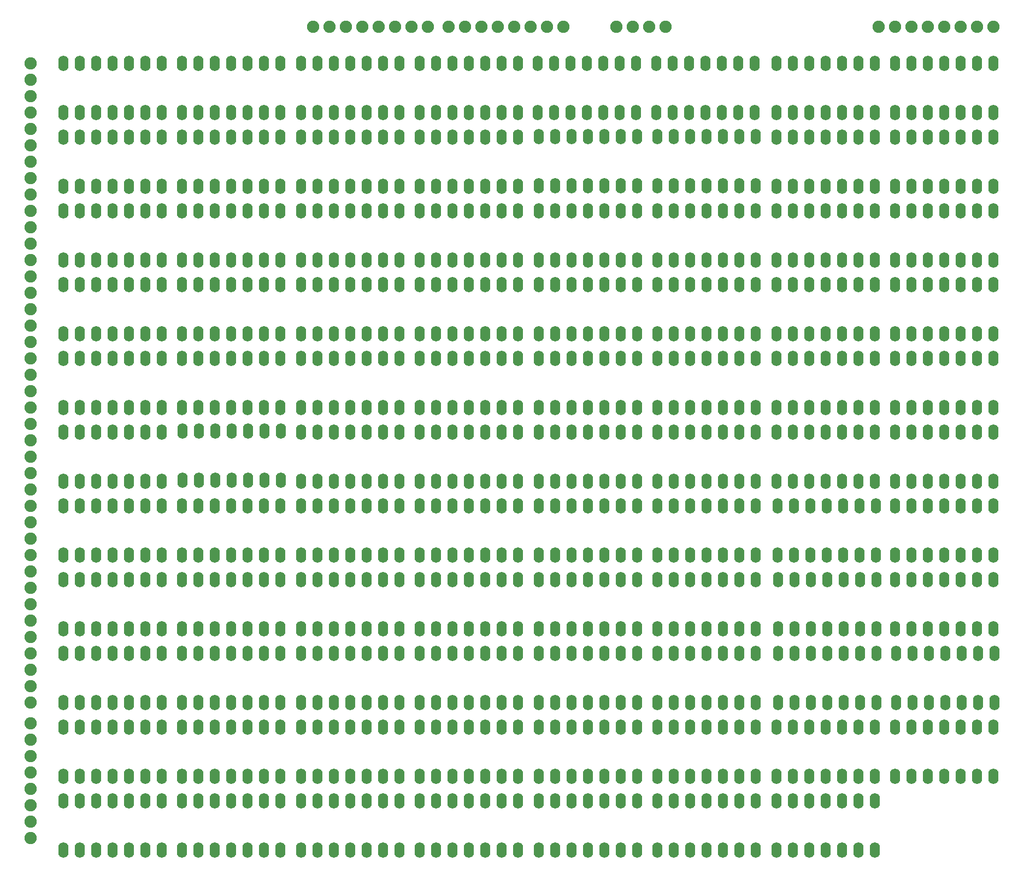
<source format=gbr>
G04 #@! TF.GenerationSoftware,KiCad,Pcbnew,(5.0.0)*
G04 #@! TF.CreationDate,2018-09-23T08:44:06-04:00*
G04 #@! TF.ProjectId,Multiplexer,4D756C7469706C657865722E6B696361,rev?*
G04 #@! TF.SameCoordinates,Original*
G04 #@! TF.FileFunction,Soldermask,Bot*
G04 #@! TF.FilePolarity,Negative*
%FSLAX46Y46*%
G04 Gerber Fmt 4.6, Leading zero omitted, Abs format (unit mm)*
G04 Created by KiCad (PCBNEW (5.0.0)) date 09/23/18 08:44:06*
%MOMM*%
%LPD*%
G01*
G04 APERTURE LIST*
%ADD10C,1.900000*%
%ADD11O,1.600000X2.400000*%
G04 APERTURE END LIST*
D10*
G04 #@! TO.C,J1*
X38735000Y-38735000D03*
X38735000Y-41275000D03*
X38735000Y-43815000D03*
X38735000Y-46355000D03*
X38735000Y-48895000D03*
X38735000Y-51435000D03*
X38735000Y-53975000D03*
X38735000Y-56515000D03*
X38735000Y-59055000D03*
X38735000Y-61595000D03*
X38735000Y-64135000D03*
X38735000Y-66675000D03*
X38735000Y-69215000D03*
X38735000Y-71755000D03*
X38735000Y-74295000D03*
X38735000Y-76835000D03*
X38735000Y-79375000D03*
X38735000Y-81915000D03*
X38735000Y-84455000D03*
X38735000Y-86995000D03*
X38735000Y-89535000D03*
X38735000Y-92075000D03*
X38735000Y-94615000D03*
X38735000Y-97155000D03*
X38735000Y-99695000D03*
X38735000Y-102235000D03*
X38735000Y-104775000D03*
X38735000Y-107315000D03*
X38735000Y-109855000D03*
X38735000Y-112395000D03*
X38735000Y-114935000D03*
X38735000Y-117475000D03*
X38735000Y-120015000D03*
X38735000Y-122555000D03*
X38735000Y-125095000D03*
X38735000Y-127635000D03*
X38735000Y-130175000D03*
X38735000Y-132715000D03*
X38735000Y-135255000D03*
X38735000Y-137795000D03*
G04 #@! TD*
G04 #@! TO.C,J2*
X38735000Y-140970000D03*
X38735000Y-143510000D03*
X38735000Y-146050000D03*
X38735000Y-148590000D03*
X38735000Y-151130000D03*
X38735000Y-153670000D03*
X38735000Y-156210000D03*
X38735000Y-158750000D03*
G04 #@! TD*
G04 #@! TO.C,J3*
X103505000Y-33020000D03*
X106045000Y-33020000D03*
X108585000Y-33020000D03*
X111125000Y-33020000D03*
X113665000Y-33020000D03*
X116205000Y-33020000D03*
X118745000Y-33020000D03*
X121285000Y-33020000D03*
G04 #@! TD*
G04 #@! TO.C,J4*
X100330000Y-33020000D03*
X97790000Y-33020000D03*
X95250000Y-33020000D03*
X92710000Y-33020000D03*
X90170000Y-33020000D03*
X87630000Y-33020000D03*
X85090000Y-33020000D03*
X82550000Y-33020000D03*
G04 #@! TD*
G04 #@! TO.C,J5*
X170180000Y-33020000D03*
X172720000Y-33020000D03*
X175260000Y-33020000D03*
X177800000Y-33020000D03*
X180340000Y-33020000D03*
X182880000Y-33020000D03*
X185420000Y-33020000D03*
X187960000Y-33020000D03*
G04 #@! TD*
G04 #@! TO.C,J6*
X137160000Y-33020000D03*
X134620000Y-33020000D03*
X132080000Y-33020000D03*
X129540000Y-33020000D03*
G04 #@! TD*
D11*
G04 #@! TO.C,U1*
X172720000Y-50165000D03*
X172720000Y-57785000D03*
X175260000Y-50165000D03*
X175260000Y-57785000D03*
X177800000Y-50165000D03*
X177800000Y-57785000D03*
X180340000Y-50165000D03*
X180340000Y-57785000D03*
X182880000Y-50165000D03*
X182880000Y-57785000D03*
X185420000Y-50165000D03*
X185420000Y-57785000D03*
X187960000Y-50165000D03*
X187960000Y-57785000D03*
G04 #@! TD*
G04 #@! TO.C,U2*
X151130000Y-160655000D03*
X151130000Y-153035000D03*
X148590000Y-160655000D03*
X148590000Y-153035000D03*
X146050000Y-160655000D03*
X146050000Y-153035000D03*
X143510000Y-160655000D03*
X143510000Y-153035000D03*
X140970000Y-160655000D03*
X140970000Y-153035000D03*
X138430000Y-160655000D03*
X138430000Y-153035000D03*
X135890000Y-160655000D03*
X135890000Y-153035000D03*
G04 #@! TD*
G04 #@! TO.C,U3*
X117475000Y-107315000D03*
X117475000Y-114935000D03*
X120015000Y-107315000D03*
X120015000Y-114935000D03*
X122555000Y-107315000D03*
X122555000Y-114935000D03*
X125095000Y-107315000D03*
X125095000Y-114935000D03*
X127635000Y-107315000D03*
X127635000Y-114935000D03*
X130175000Y-107315000D03*
X130175000Y-114935000D03*
X132715000Y-107315000D03*
X132715000Y-114935000D03*
G04 #@! TD*
G04 #@! TO.C,U4*
X169545000Y-149225000D03*
X169545000Y-141605000D03*
X167005000Y-149225000D03*
X167005000Y-141605000D03*
X164465000Y-149225000D03*
X164465000Y-141605000D03*
X161925000Y-149225000D03*
X161925000Y-141605000D03*
X159385000Y-149225000D03*
X159385000Y-141605000D03*
X156845000Y-149225000D03*
X156845000Y-141605000D03*
X154305000Y-149225000D03*
X154305000Y-141605000D03*
G04 #@! TD*
G04 #@! TO.C,U5*
X99060000Y-153035000D03*
X99060000Y-160655000D03*
X101600000Y-153035000D03*
X101600000Y-160655000D03*
X104140000Y-153035000D03*
X104140000Y-160655000D03*
X106680000Y-153035000D03*
X106680000Y-160655000D03*
X109220000Y-153035000D03*
X109220000Y-160655000D03*
X111760000Y-153035000D03*
X111760000Y-160655000D03*
X114300000Y-153035000D03*
X114300000Y-160655000D03*
G04 #@! TD*
G04 #@! TO.C,U6*
X169545000Y-103505000D03*
X169545000Y-95885000D03*
X167005000Y-103505000D03*
X167005000Y-95885000D03*
X164465000Y-103505000D03*
X164465000Y-95885000D03*
X161925000Y-103505000D03*
X161925000Y-95885000D03*
X159385000Y-103505000D03*
X159385000Y-95885000D03*
X156845000Y-103505000D03*
X156845000Y-95885000D03*
X154305000Y-103505000D03*
X154305000Y-95885000D03*
G04 #@! TD*
G04 #@! TO.C,U7*
X172720000Y-73025000D03*
X172720000Y-80645000D03*
X175260000Y-73025000D03*
X175260000Y-80645000D03*
X177800000Y-73025000D03*
X177800000Y-80645000D03*
X180340000Y-73025000D03*
X180340000Y-80645000D03*
X182880000Y-73025000D03*
X182880000Y-80645000D03*
X185420000Y-73025000D03*
X185420000Y-80645000D03*
X187960000Y-73025000D03*
X187960000Y-80645000D03*
G04 #@! TD*
G04 #@! TO.C,U8*
X169545000Y-69215000D03*
X169545000Y-61595000D03*
X167005000Y-69215000D03*
X167005000Y-61595000D03*
X164465000Y-69215000D03*
X164465000Y-61595000D03*
X161925000Y-69215000D03*
X161925000Y-61595000D03*
X159385000Y-69215000D03*
X159385000Y-61595000D03*
X156845000Y-69215000D03*
X156845000Y-61595000D03*
X154305000Y-69215000D03*
X154305000Y-61595000D03*
G04 #@! TD*
G04 #@! TO.C,U9*
X80645000Y-130175000D03*
X80645000Y-137795000D03*
X83185000Y-130175000D03*
X83185000Y-137795000D03*
X85725000Y-130175000D03*
X85725000Y-137795000D03*
X88265000Y-130175000D03*
X88265000Y-137795000D03*
X90805000Y-130175000D03*
X90805000Y-137795000D03*
X93345000Y-130175000D03*
X93345000Y-137795000D03*
X95885000Y-130175000D03*
X95885000Y-137795000D03*
G04 #@! TD*
G04 #@! TO.C,U10*
X77470000Y-80645000D03*
X77470000Y-73025000D03*
X74930000Y-80645000D03*
X74930000Y-73025000D03*
X72390000Y-80645000D03*
X72390000Y-73025000D03*
X69850000Y-80645000D03*
X69850000Y-73025000D03*
X67310000Y-80645000D03*
X67310000Y-73025000D03*
X64770000Y-80645000D03*
X64770000Y-73025000D03*
X62230000Y-80645000D03*
X62230000Y-73025000D03*
G04 #@! TD*
G04 #@! TO.C,U11*
X62230000Y-84455000D03*
X62230000Y-92075000D03*
X64770000Y-84455000D03*
X64770000Y-92075000D03*
X67310000Y-84455000D03*
X67310000Y-92075000D03*
X69850000Y-84455000D03*
X69850000Y-92075000D03*
X72390000Y-84455000D03*
X72390000Y-92075000D03*
X74930000Y-84455000D03*
X74930000Y-92075000D03*
X77470000Y-84455000D03*
X77470000Y-92075000D03*
G04 #@! TD*
G04 #@! TO.C,U12*
X95885000Y-46355000D03*
X95885000Y-38735000D03*
X93345000Y-46355000D03*
X93345000Y-38735000D03*
X90805000Y-46355000D03*
X90805000Y-38735000D03*
X88265000Y-46355000D03*
X88265000Y-38735000D03*
X85725000Y-46355000D03*
X85725000Y-38735000D03*
X83185000Y-46355000D03*
X83185000Y-38735000D03*
X80645000Y-46355000D03*
X80645000Y-38735000D03*
G04 #@! TD*
G04 #@! TO.C,U13*
X95885000Y-57785000D03*
X95885000Y-50165000D03*
X93345000Y-57785000D03*
X93345000Y-50165000D03*
X90805000Y-57785000D03*
X90805000Y-50165000D03*
X88265000Y-57785000D03*
X88265000Y-50165000D03*
X85725000Y-57785000D03*
X85725000Y-50165000D03*
X83185000Y-57785000D03*
X83185000Y-50165000D03*
X80645000Y-57785000D03*
X80645000Y-50165000D03*
G04 #@! TD*
G04 #@! TO.C,U14*
X151130000Y-137795000D03*
X151130000Y-130175000D03*
X148590000Y-137795000D03*
X148590000Y-130175000D03*
X146050000Y-137795000D03*
X146050000Y-130175000D03*
X143510000Y-137795000D03*
X143510000Y-130175000D03*
X140970000Y-137795000D03*
X140970000Y-130175000D03*
X138430000Y-137795000D03*
X138430000Y-130175000D03*
X135890000Y-137795000D03*
X135890000Y-130175000D03*
G04 #@! TD*
G04 #@! TO.C,U15*
X99060000Y-107315000D03*
X99060000Y-114935000D03*
X101600000Y-107315000D03*
X101600000Y-114935000D03*
X104140000Y-107315000D03*
X104140000Y-114935000D03*
X106680000Y-107315000D03*
X106680000Y-114935000D03*
X109220000Y-107315000D03*
X109220000Y-114935000D03*
X111760000Y-107315000D03*
X111760000Y-114935000D03*
X114300000Y-107315000D03*
X114300000Y-114935000D03*
G04 #@! TD*
G04 #@! TO.C,U16*
X132715000Y-160655000D03*
X132715000Y-153035000D03*
X130175000Y-160655000D03*
X130175000Y-153035000D03*
X127635000Y-160655000D03*
X127635000Y-153035000D03*
X125095000Y-160655000D03*
X125095000Y-153035000D03*
X122555000Y-160655000D03*
X122555000Y-153035000D03*
X120015000Y-160655000D03*
X120015000Y-153035000D03*
X117475000Y-160655000D03*
X117475000Y-153035000D03*
G04 #@! TD*
G04 #@! TO.C,U17*
X135890000Y-73025000D03*
X135890000Y-80645000D03*
X138430000Y-73025000D03*
X138430000Y-80645000D03*
X140970000Y-73025000D03*
X140970000Y-80645000D03*
X143510000Y-73025000D03*
X143510000Y-80645000D03*
X146050000Y-73025000D03*
X146050000Y-80645000D03*
X148590000Y-73025000D03*
X148590000Y-80645000D03*
X151130000Y-73025000D03*
X151130000Y-80645000D03*
G04 #@! TD*
G04 #@! TO.C,U18*
X114300000Y-126365000D03*
X114300000Y-118745000D03*
X111760000Y-126365000D03*
X111760000Y-118745000D03*
X109220000Y-126365000D03*
X109220000Y-118745000D03*
X106680000Y-126365000D03*
X106680000Y-118745000D03*
X104140000Y-126365000D03*
X104140000Y-118745000D03*
X101600000Y-126365000D03*
X101600000Y-118745000D03*
X99060000Y-126365000D03*
X99060000Y-118745000D03*
G04 #@! TD*
G04 #@! TO.C,U19*
X154485000Y-107315000D03*
X154485000Y-114935000D03*
X157025000Y-107315000D03*
X157025000Y-114935000D03*
X159565000Y-107315000D03*
X159565000Y-114935000D03*
X162105000Y-107315000D03*
X162105000Y-114935000D03*
X164645000Y-107315000D03*
X164645000Y-114935000D03*
X167185000Y-107315000D03*
X167185000Y-114935000D03*
X169725000Y-107315000D03*
X169725000Y-114935000D03*
G04 #@! TD*
G04 #@! TO.C,U20*
X135890000Y-50080000D03*
X135890000Y-57700000D03*
X138430000Y-50080000D03*
X138430000Y-57700000D03*
X140970000Y-50080000D03*
X140970000Y-57700000D03*
X143510000Y-50080000D03*
X143510000Y-57700000D03*
X146050000Y-50080000D03*
X146050000Y-57700000D03*
X148590000Y-50080000D03*
X148590000Y-57700000D03*
X151130000Y-50080000D03*
X151130000Y-57700000D03*
G04 #@! TD*
G04 #@! TO.C,U21*
X150965000Y-46355000D03*
X150965000Y-38735000D03*
X148425000Y-46355000D03*
X148425000Y-38735000D03*
X145885000Y-46355000D03*
X145885000Y-38735000D03*
X143345000Y-46355000D03*
X143345000Y-38735000D03*
X140805000Y-46355000D03*
X140805000Y-38735000D03*
X138265000Y-46355000D03*
X138265000Y-38735000D03*
X135725000Y-46355000D03*
X135725000Y-38735000D03*
G04 #@! TD*
G04 #@! TO.C,U22*
X117340000Y-38735000D03*
X117340000Y-46355000D03*
X119880000Y-38735000D03*
X119880000Y-46355000D03*
X122420000Y-38735000D03*
X122420000Y-46355000D03*
X124960000Y-38735000D03*
X124960000Y-46355000D03*
X127500000Y-38735000D03*
X127500000Y-46355000D03*
X130040000Y-38735000D03*
X130040000Y-46355000D03*
X132580000Y-38735000D03*
X132580000Y-46355000D03*
G04 #@! TD*
G04 #@! TO.C,U23*
X117475000Y-50080000D03*
X117475000Y-57700000D03*
X120015000Y-50080000D03*
X120015000Y-57700000D03*
X122555000Y-50080000D03*
X122555000Y-57700000D03*
X125095000Y-50080000D03*
X125095000Y-57700000D03*
X127635000Y-50080000D03*
X127635000Y-57700000D03*
X130175000Y-50080000D03*
X130175000Y-57700000D03*
X132715000Y-50080000D03*
X132715000Y-57700000D03*
G04 #@! TD*
G04 #@! TO.C,U24*
X114300000Y-149225000D03*
X114300000Y-141605000D03*
X111760000Y-149225000D03*
X111760000Y-141605000D03*
X109220000Y-149225000D03*
X109220000Y-141605000D03*
X106680000Y-149225000D03*
X106680000Y-141605000D03*
X104140000Y-149225000D03*
X104140000Y-141605000D03*
X101600000Y-149225000D03*
X101600000Y-141605000D03*
X99060000Y-149225000D03*
X99060000Y-141605000D03*
G04 #@! TD*
G04 #@! TO.C,U25*
X172720000Y-118745000D03*
X172720000Y-126365000D03*
X175260000Y-118745000D03*
X175260000Y-126365000D03*
X177800000Y-118745000D03*
X177800000Y-126365000D03*
X180340000Y-118745000D03*
X180340000Y-126365000D03*
X182880000Y-118745000D03*
X182880000Y-126365000D03*
X185420000Y-118745000D03*
X185420000Y-126365000D03*
X187960000Y-118745000D03*
X187960000Y-126365000D03*
G04 #@! TD*
G04 #@! TO.C,U26*
X169545000Y-160655000D03*
X169545000Y-153035000D03*
X167005000Y-160655000D03*
X167005000Y-153035000D03*
X164465000Y-160655000D03*
X164465000Y-153035000D03*
X161925000Y-160655000D03*
X161925000Y-153035000D03*
X159385000Y-160655000D03*
X159385000Y-153035000D03*
X156845000Y-160655000D03*
X156845000Y-153035000D03*
X154305000Y-160655000D03*
X154305000Y-153035000D03*
G04 #@! TD*
G04 #@! TO.C,U27*
X172720000Y-95885000D03*
X172720000Y-103505000D03*
X175260000Y-95885000D03*
X175260000Y-103505000D03*
X177800000Y-95885000D03*
X177800000Y-103505000D03*
X180340000Y-95885000D03*
X180340000Y-103505000D03*
X182880000Y-95885000D03*
X182880000Y-103505000D03*
X185420000Y-95885000D03*
X185420000Y-103505000D03*
X187960000Y-95885000D03*
X187960000Y-103505000D03*
G04 #@! TD*
G04 #@! TO.C,U28*
X59055000Y-160655000D03*
X59055000Y-153035000D03*
X56515000Y-160655000D03*
X56515000Y-153035000D03*
X53975000Y-160655000D03*
X53975000Y-153035000D03*
X51435000Y-160655000D03*
X51435000Y-153035000D03*
X48895000Y-160655000D03*
X48895000Y-153035000D03*
X46355000Y-160655000D03*
X46355000Y-153035000D03*
X43815000Y-160655000D03*
X43815000Y-153035000D03*
G04 #@! TD*
G04 #@! TO.C,U29*
X172900000Y-130175000D03*
X172900000Y-137795000D03*
X175440000Y-130175000D03*
X175440000Y-137795000D03*
X177980000Y-130175000D03*
X177980000Y-137795000D03*
X180520000Y-130175000D03*
X180520000Y-137795000D03*
X183060000Y-130175000D03*
X183060000Y-137795000D03*
X185600000Y-130175000D03*
X185600000Y-137795000D03*
X188140000Y-130175000D03*
X188140000Y-137795000D03*
G04 #@! TD*
G04 #@! TO.C,U30*
X77470000Y-149225000D03*
X77470000Y-141605000D03*
X74930000Y-149225000D03*
X74930000Y-141605000D03*
X72390000Y-149225000D03*
X72390000Y-141605000D03*
X69850000Y-149225000D03*
X69850000Y-141605000D03*
X67310000Y-149225000D03*
X67310000Y-141605000D03*
X64770000Y-149225000D03*
X64770000Y-141605000D03*
X62230000Y-149225000D03*
X62230000Y-141605000D03*
G04 #@! TD*
G04 #@! TO.C,U31*
X117475000Y-141605000D03*
X117475000Y-149225000D03*
X120015000Y-141605000D03*
X120015000Y-149225000D03*
X122555000Y-141605000D03*
X122555000Y-149225000D03*
X125095000Y-141605000D03*
X125095000Y-149225000D03*
X127635000Y-141605000D03*
X127635000Y-149225000D03*
X130175000Y-141605000D03*
X130175000Y-149225000D03*
X132715000Y-141605000D03*
X132715000Y-149225000D03*
G04 #@! TD*
G04 #@! TO.C,U32*
X187960000Y-69215000D03*
X187960000Y-61595000D03*
X185420000Y-69215000D03*
X185420000Y-61595000D03*
X182880000Y-69215000D03*
X182880000Y-61595000D03*
X180340000Y-69215000D03*
X180340000Y-61595000D03*
X177800000Y-69215000D03*
X177800000Y-61595000D03*
X175260000Y-69215000D03*
X175260000Y-61595000D03*
X172720000Y-69215000D03*
X172720000Y-61595000D03*
G04 #@! TD*
G04 #@! TO.C,U33*
X95885000Y-149225000D03*
X95885000Y-141605000D03*
X93345000Y-149225000D03*
X93345000Y-141605000D03*
X90805000Y-149225000D03*
X90805000Y-141605000D03*
X88265000Y-149225000D03*
X88265000Y-141605000D03*
X85725000Y-149225000D03*
X85725000Y-141605000D03*
X83185000Y-149225000D03*
X83185000Y-141605000D03*
X80645000Y-149225000D03*
X80645000Y-141605000D03*
G04 #@! TD*
G04 #@! TO.C,U34*
X59040000Y-46355000D03*
X59040000Y-38735000D03*
X56500000Y-46355000D03*
X56500000Y-38735000D03*
X53960000Y-46355000D03*
X53960000Y-38735000D03*
X51420000Y-46355000D03*
X51420000Y-38735000D03*
X48880000Y-46355000D03*
X48880000Y-38735000D03*
X46340000Y-46355000D03*
X46340000Y-38735000D03*
X43800000Y-46355000D03*
X43800000Y-38735000D03*
G04 #@! TD*
G04 #@! TO.C,U35*
X43800000Y-50165000D03*
X43800000Y-57785000D03*
X46340000Y-50165000D03*
X46340000Y-57785000D03*
X48880000Y-50165000D03*
X48880000Y-57785000D03*
X51420000Y-50165000D03*
X51420000Y-57785000D03*
X53960000Y-50165000D03*
X53960000Y-57785000D03*
X56500000Y-50165000D03*
X56500000Y-57785000D03*
X59040000Y-50165000D03*
X59040000Y-57785000D03*
G04 #@! TD*
G04 #@! TO.C,U36*
X62185000Y-38735000D03*
X62185000Y-46355000D03*
X64725000Y-38735000D03*
X64725000Y-46355000D03*
X67265000Y-38735000D03*
X67265000Y-46355000D03*
X69805000Y-38735000D03*
X69805000Y-46355000D03*
X72345000Y-38735000D03*
X72345000Y-46355000D03*
X74885000Y-38735000D03*
X74885000Y-46355000D03*
X77425000Y-38735000D03*
X77425000Y-46355000D03*
G04 #@! TD*
G04 #@! TO.C,U37*
X77470000Y-57785000D03*
X77470000Y-50165000D03*
X74930000Y-57785000D03*
X74930000Y-50165000D03*
X72390000Y-57785000D03*
X72390000Y-50165000D03*
X69850000Y-57785000D03*
X69850000Y-50165000D03*
X67310000Y-57785000D03*
X67310000Y-50165000D03*
X64770000Y-57785000D03*
X64770000Y-50165000D03*
X62230000Y-57785000D03*
X62230000Y-50165000D03*
G04 #@! TD*
G04 #@! TO.C,U38*
X59055000Y-149225000D03*
X59055000Y-141605000D03*
X56515000Y-149225000D03*
X56515000Y-141605000D03*
X53975000Y-149225000D03*
X53975000Y-141605000D03*
X51435000Y-149225000D03*
X51435000Y-141605000D03*
X48895000Y-149225000D03*
X48895000Y-141605000D03*
X46355000Y-149225000D03*
X46355000Y-141605000D03*
X43815000Y-149225000D03*
X43815000Y-141605000D03*
G04 #@! TD*
G04 #@! TO.C,U39*
X62230000Y-153035000D03*
X62230000Y-160655000D03*
X64770000Y-153035000D03*
X64770000Y-160655000D03*
X67310000Y-153035000D03*
X67310000Y-160655000D03*
X69850000Y-153035000D03*
X69850000Y-160655000D03*
X72390000Y-153035000D03*
X72390000Y-160655000D03*
X74930000Y-153035000D03*
X74930000Y-160655000D03*
X77470000Y-153035000D03*
X77470000Y-160655000D03*
G04 #@! TD*
G04 #@! TO.C,U40*
X169545000Y-80645000D03*
X169545000Y-73025000D03*
X167005000Y-80645000D03*
X167005000Y-73025000D03*
X164465000Y-80645000D03*
X164465000Y-73025000D03*
X161925000Y-80645000D03*
X161925000Y-73025000D03*
X159385000Y-80645000D03*
X159385000Y-73025000D03*
X156845000Y-80645000D03*
X156845000Y-73025000D03*
X154305000Y-80645000D03*
X154305000Y-73025000D03*
G04 #@! TD*
G04 #@! TO.C,U41*
X172720000Y-84455000D03*
X172720000Y-92075000D03*
X175260000Y-84455000D03*
X175260000Y-92075000D03*
X177800000Y-84455000D03*
X177800000Y-92075000D03*
X180340000Y-84455000D03*
X180340000Y-92075000D03*
X182880000Y-84455000D03*
X182880000Y-92075000D03*
X185420000Y-84455000D03*
X185420000Y-92075000D03*
X187960000Y-84455000D03*
X187960000Y-92075000D03*
G04 #@! TD*
G04 #@! TO.C,U42*
X169780000Y-126365000D03*
X169780000Y-118745000D03*
X167240000Y-126365000D03*
X167240000Y-118745000D03*
X164700000Y-126365000D03*
X164700000Y-118745000D03*
X162160000Y-126365000D03*
X162160000Y-118745000D03*
X159620000Y-126365000D03*
X159620000Y-118745000D03*
X157080000Y-126365000D03*
X157080000Y-118745000D03*
X154540000Y-126365000D03*
X154540000Y-118745000D03*
G04 #@! TD*
G04 #@! TO.C,U43*
X154305000Y-84455000D03*
X154305000Y-92075000D03*
X156845000Y-84455000D03*
X156845000Y-92075000D03*
X159385000Y-84455000D03*
X159385000Y-92075000D03*
X161925000Y-84455000D03*
X161925000Y-92075000D03*
X164465000Y-84455000D03*
X164465000Y-92075000D03*
X167005000Y-84455000D03*
X167005000Y-92075000D03*
X169545000Y-84455000D03*
X169545000Y-92075000D03*
G04 #@! TD*
G04 #@! TO.C,U44*
X99060000Y-130175000D03*
X99060000Y-137795000D03*
X101600000Y-130175000D03*
X101600000Y-137795000D03*
X104140000Y-130175000D03*
X104140000Y-137795000D03*
X106680000Y-130175000D03*
X106680000Y-137795000D03*
X109220000Y-130175000D03*
X109220000Y-137795000D03*
X111760000Y-130175000D03*
X111760000Y-137795000D03*
X114300000Y-130175000D03*
X114300000Y-137795000D03*
G04 #@! TD*
G04 #@! TO.C,U45*
X154540000Y-130175000D03*
X154540000Y-137795000D03*
X157080000Y-130175000D03*
X157080000Y-137795000D03*
X159620000Y-130175000D03*
X159620000Y-137795000D03*
X162160000Y-130175000D03*
X162160000Y-137795000D03*
X164700000Y-130175000D03*
X164700000Y-137795000D03*
X167240000Y-130175000D03*
X167240000Y-137795000D03*
X169780000Y-130175000D03*
X169780000Y-137795000D03*
G04 #@! TD*
G04 #@! TO.C,U46*
X172720000Y-107315000D03*
X172720000Y-114935000D03*
X175260000Y-107315000D03*
X175260000Y-114935000D03*
X177800000Y-107315000D03*
X177800000Y-114935000D03*
X180340000Y-107315000D03*
X180340000Y-114935000D03*
X182880000Y-107315000D03*
X182880000Y-114935000D03*
X185420000Y-107315000D03*
X185420000Y-114935000D03*
X187960000Y-107315000D03*
X187960000Y-114935000D03*
G04 #@! TD*
G04 #@! TO.C,U47*
X169545000Y-46355000D03*
X169545000Y-38735000D03*
X167005000Y-46355000D03*
X167005000Y-38735000D03*
X164465000Y-46355000D03*
X164465000Y-38735000D03*
X161925000Y-46355000D03*
X161925000Y-38735000D03*
X159385000Y-46355000D03*
X159385000Y-38735000D03*
X156845000Y-46355000D03*
X156845000Y-38735000D03*
X154305000Y-46355000D03*
X154305000Y-38735000D03*
G04 #@! TD*
G04 #@! TO.C,U48*
X62230000Y-107315000D03*
X62230000Y-114935000D03*
X64770000Y-107315000D03*
X64770000Y-114935000D03*
X67310000Y-107315000D03*
X67310000Y-114935000D03*
X69850000Y-107315000D03*
X69850000Y-114935000D03*
X72390000Y-107315000D03*
X72390000Y-114935000D03*
X74930000Y-107315000D03*
X74930000Y-114935000D03*
X77470000Y-107315000D03*
X77470000Y-114935000D03*
G04 #@! TD*
G04 #@! TO.C,U49*
X95885000Y-160655000D03*
X95885000Y-153035000D03*
X93345000Y-160655000D03*
X93345000Y-153035000D03*
X90805000Y-160655000D03*
X90805000Y-153035000D03*
X88265000Y-160655000D03*
X88265000Y-153035000D03*
X85725000Y-160655000D03*
X85725000Y-153035000D03*
X83185000Y-160655000D03*
X83185000Y-153035000D03*
X80645000Y-160655000D03*
X80645000Y-153035000D03*
G04 #@! TD*
G04 #@! TO.C,U50*
X135890000Y-107315000D03*
X135890000Y-114935000D03*
X138430000Y-107315000D03*
X138430000Y-114935000D03*
X140970000Y-107315000D03*
X140970000Y-114935000D03*
X143510000Y-107315000D03*
X143510000Y-114935000D03*
X146050000Y-107315000D03*
X146050000Y-114935000D03*
X148590000Y-107315000D03*
X148590000Y-114935000D03*
X151130000Y-107315000D03*
X151130000Y-114935000D03*
G04 #@! TD*
G04 #@! TO.C,U51*
X77530000Y-103275000D03*
X77530000Y-95655000D03*
X74990000Y-103275000D03*
X74990000Y-95655000D03*
X72450000Y-103275000D03*
X72450000Y-95655000D03*
X69910000Y-103275000D03*
X69910000Y-95655000D03*
X67370000Y-103275000D03*
X67370000Y-95655000D03*
X64830000Y-103275000D03*
X64830000Y-95655000D03*
X62290000Y-103275000D03*
X62290000Y-95655000D03*
G04 #@! TD*
G04 #@! TO.C,U52*
X43800000Y-84455000D03*
X43800000Y-92075000D03*
X46340000Y-84455000D03*
X46340000Y-92075000D03*
X48880000Y-84455000D03*
X48880000Y-92075000D03*
X51420000Y-84455000D03*
X51420000Y-92075000D03*
X53960000Y-84455000D03*
X53960000Y-92075000D03*
X56500000Y-84455000D03*
X56500000Y-92075000D03*
X59040000Y-84455000D03*
X59040000Y-92075000D03*
G04 #@! TD*
G04 #@! TO.C,U53*
X59040000Y-103505000D03*
X59040000Y-95885000D03*
X56500000Y-103505000D03*
X56500000Y-95885000D03*
X53960000Y-103505000D03*
X53960000Y-95885000D03*
X51420000Y-103505000D03*
X51420000Y-95885000D03*
X48880000Y-103505000D03*
X48880000Y-95885000D03*
X46340000Y-103505000D03*
X46340000Y-95885000D03*
X43800000Y-103505000D03*
X43800000Y-95885000D03*
G04 #@! TD*
G04 #@! TO.C,U54*
X99060000Y-38735000D03*
X99060000Y-46355000D03*
X101600000Y-38735000D03*
X101600000Y-46355000D03*
X104140000Y-38735000D03*
X104140000Y-46355000D03*
X106680000Y-38735000D03*
X106680000Y-46355000D03*
X109220000Y-38735000D03*
X109220000Y-46355000D03*
X111760000Y-38735000D03*
X111760000Y-46355000D03*
X114300000Y-38735000D03*
X114300000Y-46355000D03*
G04 #@! TD*
G04 #@! TO.C,U55*
X95885000Y-80645000D03*
X95885000Y-73025000D03*
X93345000Y-80645000D03*
X93345000Y-73025000D03*
X90805000Y-80645000D03*
X90805000Y-73025000D03*
X88265000Y-80645000D03*
X88265000Y-73025000D03*
X85725000Y-80645000D03*
X85725000Y-73025000D03*
X83185000Y-80645000D03*
X83185000Y-73025000D03*
X80645000Y-80645000D03*
X80645000Y-73025000D03*
G04 #@! TD*
G04 #@! TO.C,U56*
X62230000Y-61595000D03*
X62230000Y-69215000D03*
X64770000Y-61595000D03*
X64770000Y-69215000D03*
X67310000Y-61595000D03*
X67310000Y-69215000D03*
X69850000Y-61595000D03*
X69850000Y-69215000D03*
X72390000Y-61595000D03*
X72390000Y-69215000D03*
X74930000Y-61595000D03*
X74930000Y-69215000D03*
X77470000Y-61595000D03*
X77470000Y-69215000D03*
G04 #@! TD*
G04 #@! TO.C,U57*
X59040000Y-80570000D03*
X59040000Y-72950000D03*
X56500000Y-80570000D03*
X56500000Y-72950000D03*
X53960000Y-80570000D03*
X53960000Y-72950000D03*
X51420000Y-80570000D03*
X51420000Y-72950000D03*
X48880000Y-80570000D03*
X48880000Y-72950000D03*
X46340000Y-80570000D03*
X46340000Y-72950000D03*
X43800000Y-80570000D03*
X43800000Y-72950000D03*
G04 #@! TD*
G04 #@! TO.C,U58*
X43800000Y-61595000D03*
X43800000Y-69215000D03*
X46340000Y-61595000D03*
X46340000Y-69215000D03*
X48880000Y-61595000D03*
X48880000Y-69215000D03*
X51420000Y-61595000D03*
X51420000Y-69215000D03*
X53960000Y-61595000D03*
X53960000Y-69215000D03*
X56500000Y-61595000D03*
X56500000Y-69215000D03*
X59040000Y-61595000D03*
X59040000Y-69215000D03*
G04 #@! TD*
G04 #@! TO.C,U59*
X43815000Y-130175000D03*
X43815000Y-137795000D03*
X46355000Y-130175000D03*
X46355000Y-137795000D03*
X48895000Y-130175000D03*
X48895000Y-137795000D03*
X51435000Y-130175000D03*
X51435000Y-137795000D03*
X53975000Y-130175000D03*
X53975000Y-137795000D03*
X56515000Y-130175000D03*
X56515000Y-137795000D03*
X59055000Y-130175000D03*
X59055000Y-137795000D03*
G04 #@! TD*
G04 #@! TO.C,U60*
X95885000Y-69215000D03*
X95885000Y-61595000D03*
X93345000Y-69215000D03*
X93345000Y-61595000D03*
X90805000Y-69215000D03*
X90805000Y-61595000D03*
X88265000Y-69215000D03*
X88265000Y-61595000D03*
X85725000Y-69215000D03*
X85725000Y-61595000D03*
X83185000Y-69215000D03*
X83185000Y-61595000D03*
X80645000Y-69215000D03*
X80645000Y-61595000D03*
G04 #@! TD*
G04 #@! TO.C,U61*
X135890000Y-118745000D03*
X135890000Y-126365000D03*
X138430000Y-118745000D03*
X138430000Y-126365000D03*
X140970000Y-118745000D03*
X140970000Y-126365000D03*
X143510000Y-118745000D03*
X143510000Y-126365000D03*
X146050000Y-118745000D03*
X146050000Y-126365000D03*
X148590000Y-118745000D03*
X148590000Y-126365000D03*
X151130000Y-118745000D03*
X151130000Y-126365000D03*
G04 #@! TD*
G04 #@! TO.C,U62*
X114300000Y-57785000D03*
X114300000Y-50165000D03*
X111760000Y-57785000D03*
X111760000Y-50165000D03*
X109220000Y-57785000D03*
X109220000Y-50165000D03*
X106680000Y-57785000D03*
X106680000Y-50165000D03*
X104140000Y-57785000D03*
X104140000Y-50165000D03*
X101600000Y-57785000D03*
X101600000Y-50165000D03*
X99060000Y-57785000D03*
X99060000Y-50165000D03*
G04 #@! TD*
G04 #@! TO.C,U63*
X62230000Y-118745000D03*
X62230000Y-126365000D03*
X64770000Y-118745000D03*
X64770000Y-126365000D03*
X67310000Y-118745000D03*
X67310000Y-126365000D03*
X69850000Y-118745000D03*
X69850000Y-126365000D03*
X72390000Y-118745000D03*
X72390000Y-126365000D03*
X74930000Y-118745000D03*
X74930000Y-126365000D03*
X77470000Y-118745000D03*
X77470000Y-126365000D03*
G04 #@! TD*
G04 #@! TO.C,U64*
X59055000Y-114935000D03*
X59055000Y-107315000D03*
X56515000Y-114935000D03*
X56515000Y-107315000D03*
X53975000Y-114935000D03*
X53975000Y-107315000D03*
X51435000Y-114935000D03*
X51435000Y-107315000D03*
X48895000Y-114935000D03*
X48895000Y-107315000D03*
X46355000Y-114935000D03*
X46355000Y-107315000D03*
X43815000Y-114935000D03*
X43815000Y-107315000D03*
G04 #@! TD*
G04 #@! TO.C,U65*
X132715000Y-80645000D03*
X132715000Y-73025000D03*
X130175000Y-80645000D03*
X130175000Y-73025000D03*
X127635000Y-80645000D03*
X127635000Y-73025000D03*
X125095000Y-80645000D03*
X125095000Y-73025000D03*
X122555000Y-80645000D03*
X122555000Y-73025000D03*
X120015000Y-80645000D03*
X120015000Y-73025000D03*
X117475000Y-80645000D03*
X117475000Y-73025000D03*
G04 #@! TD*
G04 #@! TO.C,U66*
X59055000Y-126365000D03*
X59055000Y-118745000D03*
X56515000Y-126365000D03*
X56515000Y-118745000D03*
X53975000Y-126365000D03*
X53975000Y-118745000D03*
X51435000Y-126365000D03*
X51435000Y-118745000D03*
X48895000Y-126365000D03*
X48895000Y-118745000D03*
X46355000Y-126365000D03*
X46355000Y-118745000D03*
X43815000Y-126365000D03*
X43815000Y-118745000D03*
G04 #@! TD*
G04 #@! TO.C,U67*
X172720000Y-38735000D03*
X172720000Y-46355000D03*
X175260000Y-38735000D03*
X175260000Y-46355000D03*
X177800000Y-38735000D03*
X177800000Y-46355000D03*
X180340000Y-38735000D03*
X180340000Y-46355000D03*
X182880000Y-38735000D03*
X182880000Y-46355000D03*
X185420000Y-38735000D03*
X185420000Y-46355000D03*
X187960000Y-38735000D03*
X187960000Y-46355000D03*
G04 #@! TD*
G04 #@! TO.C,U68*
X95885000Y-126365000D03*
X95885000Y-118745000D03*
X93345000Y-126365000D03*
X93345000Y-118745000D03*
X90805000Y-126365000D03*
X90805000Y-118745000D03*
X88265000Y-126365000D03*
X88265000Y-118745000D03*
X85725000Y-126365000D03*
X85725000Y-118745000D03*
X83185000Y-126365000D03*
X83185000Y-118745000D03*
X80645000Y-126365000D03*
X80645000Y-118745000D03*
G04 #@! TD*
G04 #@! TO.C,U69*
X99060000Y-95885000D03*
X99060000Y-103505000D03*
X101600000Y-95885000D03*
X101600000Y-103505000D03*
X104140000Y-95885000D03*
X104140000Y-103505000D03*
X106680000Y-95885000D03*
X106680000Y-103505000D03*
X109220000Y-95885000D03*
X109220000Y-103505000D03*
X111760000Y-95885000D03*
X111760000Y-103505000D03*
X114300000Y-95885000D03*
X114300000Y-103505000D03*
G04 #@! TD*
G04 #@! TO.C,U70*
X132715000Y-137795000D03*
X132715000Y-130175000D03*
X130175000Y-137795000D03*
X130175000Y-130175000D03*
X127635000Y-137795000D03*
X127635000Y-130175000D03*
X125095000Y-137795000D03*
X125095000Y-130175000D03*
X122555000Y-137795000D03*
X122555000Y-130175000D03*
X120015000Y-137795000D03*
X120015000Y-130175000D03*
X117475000Y-137795000D03*
X117475000Y-130175000D03*
G04 #@! TD*
G04 #@! TO.C,U71*
X135890000Y-61595000D03*
X135890000Y-69215000D03*
X138430000Y-61595000D03*
X138430000Y-69215000D03*
X140970000Y-61595000D03*
X140970000Y-69215000D03*
X143510000Y-61595000D03*
X143510000Y-69215000D03*
X146050000Y-61595000D03*
X146050000Y-69215000D03*
X148590000Y-61595000D03*
X148590000Y-69215000D03*
X151130000Y-61595000D03*
X151130000Y-69215000D03*
G04 #@! TD*
G04 #@! TO.C,U72*
X95885000Y-103505000D03*
X95885000Y-95885000D03*
X93345000Y-103505000D03*
X93345000Y-95885000D03*
X90805000Y-103505000D03*
X90805000Y-95885000D03*
X88265000Y-103505000D03*
X88265000Y-95885000D03*
X85725000Y-103505000D03*
X85725000Y-95885000D03*
X83185000Y-103505000D03*
X83185000Y-95885000D03*
X80645000Y-103505000D03*
X80645000Y-95885000D03*
G04 #@! TD*
G04 #@! TO.C,U73*
X135890000Y-141605000D03*
X135890000Y-149225000D03*
X138430000Y-141605000D03*
X138430000Y-149225000D03*
X140970000Y-141605000D03*
X140970000Y-149225000D03*
X143510000Y-141605000D03*
X143510000Y-149225000D03*
X146050000Y-141605000D03*
X146050000Y-149225000D03*
X148590000Y-141605000D03*
X148590000Y-149225000D03*
X151130000Y-141605000D03*
X151130000Y-149225000D03*
G04 #@! TD*
G04 #@! TO.C,U74*
X114300000Y-92075000D03*
X114300000Y-84455000D03*
X111760000Y-92075000D03*
X111760000Y-84455000D03*
X109220000Y-92075000D03*
X109220000Y-84455000D03*
X106680000Y-92075000D03*
X106680000Y-84455000D03*
X104140000Y-92075000D03*
X104140000Y-84455000D03*
X101600000Y-92075000D03*
X101600000Y-84455000D03*
X99060000Y-92075000D03*
X99060000Y-84455000D03*
G04 #@! TD*
G04 #@! TO.C,U75*
X172720000Y-141605000D03*
X172720000Y-149225000D03*
X175260000Y-141605000D03*
X175260000Y-149225000D03*
X177800000Y-141605000D03*
X177800000Y-149225000D03*
X180340000Y-141605000D03*
X180340000Y-149225000D03*
X182880000Y-141605000D03*
X182880000Y-149225000D03*
X185420000Y-141605000D03*
X185420000Y-149225000D03*
X187960000Y-141605000D03*
X187960000Y-149225000D03*
G04 #@! TD*
G04 #@! TO.C,U76*
X135890000Y-95885000D03*
X135890000Y-103505000D03*
X138430000Y-95885000D03*
X138430000Y-103505000D03*
X140970000Y-95885000D03*
X140970000Y-103505000D03*
X143510000Y-95885000D03*
X143510000Y-103505000D03*
X146050000Y-95885000D03*
X146050000Y-103505000D03*
X148590000Y-95885000D03*
X148590000Y-103505000D03*
X151130000Y-95885000D03*
X151130000Y-103505000D03*
G04 #@! TD*
G04 #@! TO.C,U77*
X151130000Y-92075000D03*
X151130000Y-84455000D03*
X148590000Y-92075000D03*
X148590000Y-84455000D03*
X146050000Y-92075000D03*
X146050000Y-84455000D03*
X143510000Y-92075000D03*
X143510000Y-84455000D03*
X140970000Y-92075000D03*
X140970000Y-84455000D03*
X138430000Y-92075000D03*
X138430000Y-84455000D03*
X135890000Y-92075000D03*
X135890000Y-84455000D03*
G04 #@! TD*
G04 #@! TO.C,U78*
X117475000Y-84455000D03*
X117475000Y-92075000D03*
X120015000Y-84455000D03*
X120015000Y-92075000D03*
X122555000Y-84455000D03*
X122555000Y-92075000D03*
X125095000Y-84455000D03*
X125095000Y-92075000D03*
X127635000Y-84455000D03*
X127635000Y-92075000D03*
X130175000Y-84455000D03*
X130175000Y-92075000D03*
X132715000Y-84455000D03*
X132715000Y-92075000D03*
G04 #@! TD*
G04 #@! TO.C,U79*
X117475000Y-95885000D03*
X117475000Y-103505000D03*
X120015000Y-95885000D03*
X120015000Y-103505000D03*
X122555000Y-95885000D03*
X122555000Y-103505000D03*
X125095000Y-95885000D03*
X125095000Y-103505000D03*
X127635000Y-95885000D03*
X127635000Y-103505000D03*
X130175000Y-95885000D03*
X130175000Y-103505000D03*
X132715000Y-95885000D03*
X132715000Y-103505000D03*
G04 #@! TD*
G04 #@! TO.C,U80*
X95885000Y-114935000D03*
X95885000Y-107315000D03*
X93345000Y-114935000D03*
X93345000Y-107315000D03*
X90805000Y-114935000D03*
X90805000Y-107315000D03*
X88265000Y-114935000D03*
X88265000Y-107315000D03*
X85725000Y-114935000D03*
X85725000Y-107315000D03*
X83185000Y-114935000D03*
X83185000Y-107315000D03*
X80645000Y-114935000D03*
X80645000Y-107315000D03*
G04 #@! TD*
G04 #@! TO.C,U81*
X117475000Y-118745000D03*
X117475000Y-126365000D03*
X120015000Y-118745000D03*
X120015000Y-126365000D03*
X122555000Y-118745000D03*
X122555000Y-126365000D03*
X125095000Y-118745000D03*
X125095000Y-126365000D03*
X127635000Y-118745000D03*
X127635000Y-126365000D03*
X130175000Y-118745000D03*
X130175000Y-126365000D03*
X132715000Y-118745000D03*
X132715000Y-126365000D03*
G04 #@! TD*
G04 #@! TO.C,U82*
X114300000Y-69215000D03*
X114300000Y-61595000D03*
X111760000Y-69215000D03*
X111760000Y-61595000D03*
X109220000Y-69215000D03*
X109220000Y-61595000D03*
X106680000Y-69215000D03*
X106680000Y-61595000D03*
X104140000Y-69215000D03*
X104140000Y-61595000D03*
X101600000Y-69215000D03*
X101600000Y-61595000D03*
X99060000Y-69215000D03*
X99060000Y-61595000D03*
G04 #@! TD*
G04 #@! TO.C,U83*
X99060000Y-73025000D03*
X99060000Y-80645000D03*
X101600000Y-73025000D03*
X101600000Y-80645000D03*
X104140000Y-73025000D03*
X104140000Y-80645000D03*
X106680000Y-73025000D03*
X106680000Y-80645000D03*
X109220000Y-73025000D03*
X109220000Y-80645000D03*
X111760000Y-73025000D03*
X111760000Y-80645000D03*
X114300000Y-73025000D03*
X114300000Y-80645000D03*
G04 #@! TD*
G04 #@! TO.C,U84*
X95885000Y-92075000D03*
X95885000Y-84455000D03*
X93345000Y-92075000D03*
X93345000Y-84455000D03*
X90805000Y-92075000D03*
X90805000Y-84455000D03*
X88265000Y-92075000D03*
X88265000Y-84455000D03*
X85725000Y-92075000D03*
X85725000Y-84455000D03*
X83185000Y-92075000D03*
X83185000Y-84455000D03*
X80645000Y-92075000D03*
X80645000Y-84455000D03*
G04 #@! TD*
G04 #@! TO.C,U85*
X154305000Y-50165000D03*
X154305000Y-57785000D03*
X156845000Y-50165000D03*
X156845000Y-57785000D03*
X159385000Y-50165000D03*
X159385000Y-57785000D03*
X161925000Y-50165000D03*
X161925000Y-57785000D03*
X164465000Y-50165000D03*
X164465000Y-57785000D03*
X167005000Y-50165000D03*
X167005000Y-57785000D03*
X169545000Y-50165000D03*
X169545000Y-57785000D03*
G04 #@! TD*
G04 #@! TO.C,U86*
X132715000Y-69215000D03*
X132715000Y-61595000D03*
X130175000Y-69215000D03*
X130175000Y-61595000D03*
X127635000Y-69215000D03*
X127635000Y-61595000D03*
X125095000Y-69215000D03*
X125095000Y-61595000D03*
X122555000Y-69215000D03*
X122555000Y-61595000D03*
X120015000Y-69215000D03*
X120015000Y-61595000D03*
X117475000Y-69215000D03*
X117475000Y-61595000D03*
G04 #@! TD*
G04 #@! TO.C,U87*
X77470000Y-137795000D03*
X77470000Y-130175000D03*
X74930000Y-137795000D03*
X74930000Y-130175000D03*
X72390000Y-137795000D03*
X72390000Y-130175000D03*
X69850000Y-137795000D03*
X69850000Y-130175000D03*
X67310000Y-137795000D03*
X67310000Y-130175000D03*
X64770000Y-137795000D03*
X64770000Y-130175000D03*
X62230000Y-137795000D03*
X62230000Y-130175000D03*
G04 #@! TD*
M02*

</source>
